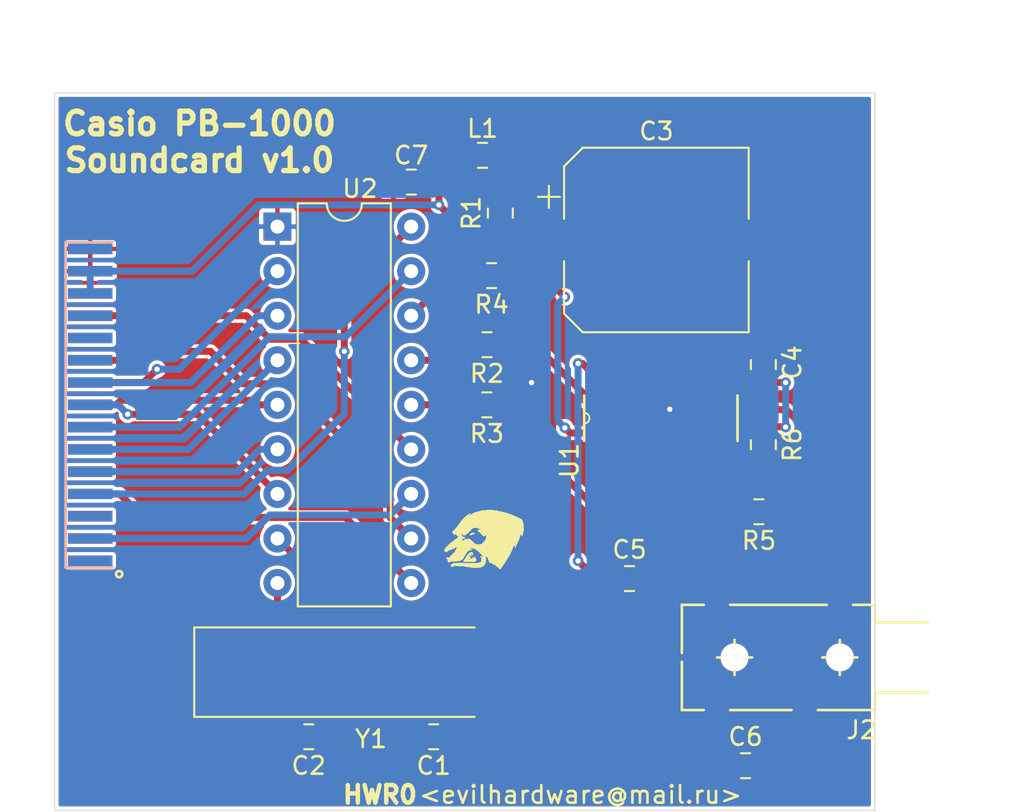
<source format=kicad_pcb>
(kicad_pcb (version 20171130) (host pcbnew "(5.1.5)-3")
  (layers (0 F.Cu signal) (31 B.Cu signal) (34 B.Paste user) (35 F.Paste user) (36 B.SilkS user) (37 F.SilkS user) (38 B.Mask user) (39 F.Mask user) (44 Edge.Cuts user))
  (net 0 "")
  (net 1 GND)
  (net 2 "Net-(C1-Pad1)")
  (net 3 "Net-(C2-Pad1)")
  (net 4 "Net-(C3-Pad1)")
  (net 5 "Net-(C4-Pad1)")
  (net 6 "Net-(C5-Pad2)")
  (net 7 "Net-(C5-Pad1)")
  (net 8 "Net-(C6-Pad2)")
  (net 9 "Net-(C6-Pad1)")
  (net 10 VCC)
  (net 11 /D3)
  (net 12 /D7)
  (net 13 /D0)
  (net 14 /D4)
  (net 15 /D6)
  (net 16 /D1)
  (net 17 CS#)
  (net 18 IC#)
  (net 19 WE#)
  (net 20 /D2)
  (net 21 /D5)
  (net 22 A0)
  (net 23 "Net-(R1-Pad1)")
  (net 24 "Net-(R2-Pad2)")
  (net 25 "Net-(R2-Pad1)")
  (net 26 "Net-(R3-Pad2)")
  (net 27 "Net-(R5-Pad1)")
  (net 28 "Net-(U1-Pad1)")
  (module Alexx:pandalayersilkscreen (layer F.Cu) (at 137.795 114.935)
    (fp_text reference G*** hide)
    (fp_text value LOGO hide)
  )
  (module Alexx:pandalayersoldermask (layer F.Cu) (at 137.795 114.935)
    (fp_text reference G*** hide)
    (fp_text value LOGO hide)
  )
  (module Capacitor_SMD:C_0805_2012Metric_Pad1.15x1.40mm_HandSolder (layer F.Cu) (at 132.597 93.98 180)
    (fp_text reference C7 (at 0.009 1.524) (layer F.SilkS))
    (fp_text value 100nF)
    (pad 2 smd roundrect (at 1.025 0 180) (size 1.15 1.4) (layers F.Cu F.Paste F.Mask) (roundrect_rratio 0.217391) (net 1 GND))
    (pad 1 smd roundrect (at -1.025 0 180) (size 1.15 1.4) (layers F.Cu F.Paste F.Mask) (roundrect_rratio 0.217391) (net 10 VCC))
  )
  (module Crystal:Crystal_SMD_HC49-SD_HandSoldering (layer F.Cu) (at 130.302 121.92)
    (fp_text reference Y1 (at 0 3.81) (layer F.SilkS))
    (fp_text value 3.57MHz)
    (pad 2 smd rect (at 5.9375 0) (size 7.875 2) (layers F.Cu F.Paste F.Mask) (net 2 "Net-(C1-Pad1)"))
    (pad 1 smd rect (at -5.9375 0) (size 7.875 2) (layers F.Cu F.Paste F.Mask) (net 3 "Net-(C2-Pad1)"))
  )
  (module Package_DIP:DIP-18_W7.62mm (layer F.Cu) (at 124.968 96.52)
    (fp_text reference U2 (at 4.699 -2.159) (layer F.SilkS))
    (fp_text value YM2413B)
    (pad 18 thru_hole oval (at 7.62 0) (size 1.6 1.6) (drill 0.8) (layers *.Cu *.Mask) (net 16 /D1))
    (pad 9 thru_hole oval (at 0 20.32) (size 1.6 1.6) (drill 0.8) (layers *.Cu *.Mask) (net 3 "Net-(C2-Pad1)"))
    (pad 17 thru_hole oval (at 7.62 2.54) (size 1.6 1.6) (drill 0.8) (layers *.Cu *.Mask) (net 13 /D0))
    (pad 8 thru_hole oval (at 0 17.78) (size 1.6 1.6) (drill 0.8) (layers *.Cu *.Mask) (net 2 "Net-(C1-Pad1)"))
    (pad 16 thru_hole oval (at 7.62 5.08) (size 1.6 1.6) (drill 0.8) (layers *.Cu *.Mask) (net 10 VCC))
    (pad 7 thru_hole oval (at 0 15.24) (size 1.6 1.6) (drill 0.8) (layers *.Cu *.Mask) (net 12 /D7))
    (pad 15 thru_hole oval (at 7.62 7.62) (size 1.6 1.6) (drill 0.8) (layers *.Cu *.Mask) (net 24 "Net-(R2-Pad2)"))
    (pad 6 thru_hole oval (at 0 12.7) (size 1.6 1.6) (drill 0.8) (layers *.Cu *.Mask) (net 15 /D6))
    (pad 14 thru_hole oval (at 7.62 10.16) (size 1.6 1.6) (drill 0.8) (layers *.Cu *.Mask) (net 26 "Net-(R3-Pad2)"))
    (pad 5 thru_hole oval (at 0 10.16) (size 1.6 1.6) (drill 0.8) (layers *.Cu *.Mask) (net 21 /D5))
    (pad 13 thru_hole oval (at 7.62 12.7) (size 1.6 1.6) (drill 0.8) (layers *.Cu *.Mask) (net 18 IC#))
    (pad 4 thru_hole oval (at 0 7.62) (size 1.6 1.6) (drill 0.8) (layers *.Cu *.Mask) (net 14 /D4))
    (pad 12 thru_hole oval (at 7.62 15.24) (size 1.6 1.6) (drill 0.8) (layers *.Cu *.Mask) (net 17 CS#))
    (pad 3 thru_hole oval (at 0 5.08) (size 1.6 1.6) (drill 0.8) (layers *.Cu *.Mask) (net 11 /D3))
    (pad 11 thru_hole oval (at 7.62 17.78) (size 1.6 1.6) (drill 0.8) (layers *.Cu *.Mask) (net 19 WE#))
    (pad 2 thru_hole oval (at 0 2.54) (size 1.6 1.6) (drill 0.8) (layers *.Cu *.Mask) (net 20 /D2))
    (pad 10 thru_hole oval (at 7.62 20.32) (size 1.6 1.6) (drill 0.8) (layers *.Cu *.Mask) (net 22 A0))
    (pad 1 thru_hole rect (at 0 0) (size 1.6 1.6) (drill 0.8) (layers *.Cu *.Mask) (net 1 GND))
  )
  (module hwreverse:SOIC127P600X175-14N (layer F.Cu) (at 146.812 107.442 90)
    (fp_text reference U1 (at -2.413 -5.207 90) (layer F.SilkS))
    (fp_text value LMC660)
    (pad 14 smd rect (at 2.4638 -3.81 90) (size 1.9812 0.5588) (layers F.Cu F.Paste F.Mask) (net 7 "Net-(C5-Pad1)"))
    (pad 13 smd rect (at 2.4638 -2.54 90) (size 1.9812 0.5588) (layers F.Cu F.Paste F.Mask) (net 7 "Net-(C5-Pad1)"))
    (pad 12 smd rect (at 2.4638 -1.27 90) (size 1.9812 0.5588) (layers F.Cu F.Paste F.Mask) (net 5 "Net-(C4-Pad1)"))
    (pad 11 smd rect (at 2.4638 0 90) (size 1.9812 0.5588) (layers F.Cu F.Paste F.Mask) (net 1 GND))
    (pad 10 smd rect (at 2.4638 1.27 90) (size 1.9812 0.5588) (layers F.Cu F.Paste F.Mask) (net 9 "Net-(C6-Pad1)"))
    (pad 9 smd rect (at 2.4638 2.54 90) (size 1.9812 0.5588) (layers F.Cu F.Paste F.Mask) (net 5 "Net-(C4-Pad1)"))
    (pad 8 smd rect (at 2.4638 3.81 90) (size 1.9812 0.5588) (layers F.Cu F.Paste F.Mask) (net 9 "Net-(C6-Pad1)"))
    (pad 7 smd rect (at -2.4638 3.81 90) (size 1.9812 0.5588) (layers F.Cu F.Paste F.Mask) (net 27 "Net-(R5-Pad1)"))
    (pad 6 smd rect (at -2.4638 2.54 90) (size 1.9812 0.5588) (layers F.Cu F.Paste F.Mask) (net 25 "Net-(R2-Pad1)"))
    (pad 5 smd rect (at -2.4638 1.27 90) (size 1.9812 0.5588) (layers F.Cu F.Paste F.Mask) (net 28 "Net-(U1-Pad1)"))
    (pad 4 smd rect (at -2.4638 0 90) (size 1.9812 0.5588) (layers F.Cu F.Paste F.Mask) (net 10 VCC))
    (pad 3 smd rect (at -2.4638 -1.27 90) (size 1.9812 0.5588) (layers F.Cu F.Paste F.Mask) (net 23 "Net-(R1-Pad1)"))
    (pad 2 smd rect (at -2.4638 -2.54 90) (size 1.9812 0.5588) (layers F.Cu F.Paste F.Mask) (net 28 "Net-(U1-Pad1)"))
    (pad 1 smd rect (at -2.4638 -3.81 90) (size 1.9812 0.5588) (layers F.Cu F.Paste F.Mask) (net 28 "Net-(U1-Pad1)"))
  )
  (module Resistor_SMD:R_0805_2012Metric_Pad1.15x1.40mm_HandSolder (layer F.Cu) (at 152.654 108.957 270)
    (fp_text reference R6 (at 0 -1.65 90) (layer F.SilkS))
    (fp_text value 4.7k)
    (pad 2 smd roundrect (at 1.025 0 270) (size 1.15 1.4) (layers F.Cu F.Paste F.Mask) (roundrect_rratio 0.217391) (net 27 "Net-(R5-Pad1)"))
    (pad 1 smd roundrect (at -1.025 0 270) (size 1.15 1.4) (layers F.Cu F.Paste F.Mask) (roundrect_rratio 0.217391) (net 5 "Net-(C4-Pad1)"))
  )
  (module Resistor_SMD:R_0805_2012Metric_Pad1.15x1.40mm_HandSolder (layer F.Cu) (at 152.4 112.776 180)
    (fp_text reference R5 (at 0 -1.65) (layer F.SilkS))
    (fp_text value 2.2k)
    (pad 2 smd roundrect (at 1.025 0 180) (size 1.15 1.4) (layers F.Cu F.Paste F.Mask) (roundrect_rratio 0.217391) (net 25 "Net-(R2-Pad1)"))
    (pad 1 smd roundrect (at -1.025 0 180) (size 1.15 1.4) (layers F.Cu F.Paste F.Mask) (roundrect_rratio 0.217391) (net 27 "Net-(R5-Pad1)"))
  )
  (module Resistor_SMD:R_0805_2012Metric_Pad1.15x1.40mm_HandSolder (layer F.Cu) (at 137.169 99.314 180)
    (fp_text reference R4 (at 0 -1.65) (layer F.SilkS))
    (fp_text value 4.7k)
    (pad 2 smd roundrect (at 1.025 0 180) (size 1.15 1.4) (layers F.Cu F.Paste F.Mask) (roundrect_rratio 0.217391) (net 1 GND))
    (pad 1 smd roundrect (at -1.025 0 180) (size 1.15 1.4) (layers F.Cu F.Paste F.Mask) (roundrect_rratio 0.217391) (net 23 "Net-(R1-Pad1)"))
  )
  (module Resistor_SMD:R_0805_2012Metric_Pad1.15x1.40mm_HandSolder (layer F.Cu) (at 136.897 106.68 180)
    (fp_text reference R3 (at 0 -1.65) (layer F.SilkS))
    (fp_text value 2.2k)
    (pad 2 smd roundrect (at 1.025 0 180) (size 1.15 1.4) (layers F.Cu F.Paste F.Mask) (roundrect_rratio 0.217391) (net 26 "Net-(R3-Pad2)"))
    (pad 1 smd roundrect (at -1.025 0 180) (size 1.15 1.4) (layers F.Cu F.Paste F.Mask) (roundrect_rratio 0.217391) (net 25 "Net-(R2-Pad1)"))
  )
  (module Resistor_SMD:R_0805_2012Metric_Pad1.15x1.40mm_HandSolder (layer F.Cu) (at 136.906 103.251 180)
    (fp_text reference R2 (at 0 -1.65) (layer F.SilkS))
    (fp_text value 2.2k)
    (pad 2 smd roundrect (at 1.025 0 180) (size 1.15 1.4) (layers F.Cu F.Paste F.Mask) (roundrect_rratio 0.217391) (net 24 "Net-(R2-Pad2)"))
    (pad 1 smd roundrect (at -1.025 0 180) (size 1.15 1.4) (layers F.Cu F.Paste F.Mask) (roundrect_rratio 0.217391) (net 25 "Net-(R2-Pad1)"))
  )
  (module Resistor_SMD:R_0805_2012Metric_Pad1.15x1.40mm_HandSolder (layer F.Cu) (at 137.668 95.749 90)
    (fp_text reference R1 (at 0 -1.65 90) (layer F.SilkS))
    (fp_text value 10k)
    (pad 2 smd roundrect (at 1.025 0 90) (size 1.15 1.4) (layers F.Cu F.Paste F.Mask) (roundrect_rratio 0.217391) (net 4 "Net-(C3-Pad1)"))
    (pad 1 smd roundrect (at -1.025 0 90) (size 1.15 1.4) (layers F.Cu F.Paste F.Mask) (roundrect_rratio 0.217391) (net 23 "Net-(R1-Pad1)"))
  )
  (module Inductor_SMD:L_0805_2012Metric_Pad1.15x1.40mm_HandSolder (layer F.Cu) (at 136.652 92.456)
    (fp_text reference L1 (at 0 -1.524) (layer F.SilkS))
    (fp_text value "1mH (10R)")
    (pad 2 smd roundrect (at 1.025 0) (size 1.15 1.4) (layers F.Cu F.Paste F.Mask) (roundrect_rratio 0.217391) (net 4 "Net-(C3-Pad1)"))
    (pad 1 smd roundrect (at -1.025 0) (size 1.15 1.4) (layers F.Cu F.Paste F.Mask) (roundrect_rratio 0.217391) (net 10 VCC))
  )
  (module hwreverse:BOOMELE_PJ-320B (layer F.Cu) (at 154.011 121.081 180)
    (fp_text reference J2 (at -4.231 -4.141) (layer F.SilkS))
    (fp_text value AudioJack3)
    (pad T smd rect (at 4 3 180) (size 1.5 4) (layers F.Cu F.Paste F.Mask) (net 6 "Net-(C5-Pad2)"))
    (pad R smd rect (at -1 -3 180) (size 1.5 4) (layers F.Cu F.Paste F.Mask) (net 8 "Net-(C6-Pad2)"))
    (pad S smd rect (at -3 3.25 180) (size 1.5 4) (layers F.Cu F.Paste F.Mask) (net 1 GND))
    (pad "" np_thru_hole circle (at 3 0 180) (size 1.2 1.2) (drill 1.2) (layers *.Cu *.Mask))
    (pad "" np_thru_hole circle (at -3 0 180) (size 1.2 1.2) (drill 1.2) (layers *.Cu *.Mask))
  )
  (module hwreverse:Connector_Casio_2x15_1.27_SYSBUS (layer F.Cu) (at 114.3 115.57 180)
    (fp_text reference J1 hide)
    (fp_text value CASIO_PB1000_2x15_1.27_Interface)
    (pad 30 smd rect (at 0 17.78 180) (size 2.54 0.6) (layers B.Cu B.Paste B.Mask))
    (pad 28 smd rect (at 0 16.51 180) (size 2.54 0.6) (layers B.Cu B.Paste B.Mask) (net 10 VCC))
    (pad 26 smd rect (at 0 15.24 180) (size 2.54 0.6) (layers B.Cu B.Paste B.Mask) (net 10 VCC))
    (pad 24 smd rect (at 0 13.97 180) (size 2.54 0.6) (layers B.Cu B.Paste B.Mask))
    (pad 22 smd rect (at 0 12.7 180) (size 2.54 0.6) (layers B.Cu B.Paste B.Mask))
    (pad 20 smd rect (at 0 11.43 180) (size 2.54 0.6) (layers B.Cu B.Paste B.Mask))
    (pad 18 smd rect (at 0 10.16 180) (size 2.54 0.6) (layers B.Cu B.Paste B.Mask) (net 11 /D3))
    (pad 16 smd rect (at 0 8.89 180) (size 2.54 0.6) (layers B.Cu B.Paste B.Mask) (net 12 /D7))
    (pad 14 smd rect (at 0 7.62 180) (size 2.54 0.6) (layers B.Cu B.Paste B.Mask) (net 13 /D0))
    (pad 12 smd rect (at 0 6.35 180) (size 2.54 0.6) (layers B.Cu B.Paste B.Mask) (net 14 /D4))
    (pad 10 smd rect (at 0 5.08 180) (size 2.54 0.6) (layers B.Cu B.Paste B.Mask) (net 15 /D6))
    (pad 8 smd rect (at 0 3.81 180) (size 2.54 0.6) (layers B.Cu B.Paste B.Mask) (net 16 /D1))
    (pad 6 smd rect (at 0 2.54 180) (size 2.54 0.6) (layers B.Cu B.Paste B.Mask))
    (pad 4 smd rect (at 0 1.27 180) (size 2.54 0.6) (layers B.Cu B.Paste B.Mask) (net 17 CS#))
    (pad 2 smd rect (at 0 0 180) (size 2.54 0.6) (layers B.Cu B.Paste B.Mask))
    (pad 29 smd rect (at 0 17.78 180) (size 2.54 0.6) (layers F.Cu F.Paste F.Mask) (net 1 GND))
    (pad 27 smd rect (at 0 16.51 180) (size 2.54 0.6) (layers F.Cu F.Paste F.Mask) (net 1 GND))
    (pad 25 smd rect (at 0 15.24 180) (size 2.54 0.6) (layers F.Cu F.Paste F.Mask))
    (pad 23 smd rect (at 0 13.97 180) (size 2.54 0.6) (layers F.Cu F.Paste F.Mask) (net 18 IC#))
    (pad 21 smd rect (at 0 12.7 180) (size 2.54 0.6) (layers F.Cu F.Paste F.Mask))
    (pad 19 smd rect (at 0 11.43 180) (size 2.54 0.6) (layers F.Cu F.Paste F.Mask) (net 19 WE#))
    (pad 17 smd rect (at 0 10.16 180) (size 2.54 0.6) (layers F.Cu F.Paste F.Mask) (net 20 /D2))
    (pad 15 smd rect (at 0 8.89 180) (size 2.54 0.6) (layers F.Cu F.Paste F.Mask) (net 21 /D5))
    (pad 13 smd rect (at 0 7.62 180) (size 2.54 0.6) (layers F.Cu F.Paste F.Mask))
    (pad 11 smd rect (at 0 6.35 180) (size 2.54 0.6) (layers F.Cu F.Paste F.Mask))
    (pad 9 smd rect (at 0 5.08 180) (size 2.54 0.6) (layers F.Cu F.Paste F.Mask))
    (pad 7 smd rect (at 0 3.81 180) (size 2.54 0.6) (layers F.Cu F.Paste F.Mask) (net 22 A0))
    (pad 5 smd rect (at 0 2.54 180) (size 2.54 0.6) (layers F.Cu F.Paste F.Mask))
    (pad 3 smd rect (at 0 1.27 180) (size 2.54 0.6) (layers F.Cu F.Paste F.Mask))
    (pad 1 smd rect (at 0 0 180) (size 2.54 0.6) (layers F.Cu F.Paste F.Mask))
  )
  (module Capacitor_SMD:C_0805_2012Metric_Pad1.15x1.40mm_HandSolder (layer F.Cu) (at 151.638 127.254)
    (fp_text reference C6 (at 0 -1.65) (layer F.SilkS))
    (fp_text value 10uF)
    (pad 2 smd roundrect (at 1.025 0) (size 1.15 1.4) (layers F.Cu F.Paste F.Mask) (roundrect_rratio 0.217391) (net 8 "Net-(C6-Pad2)"))
    (pad 1 smd roundrect (at -1.025 0) (size 1.15 1.4) (layers F.Cu F.Paste F.Mask) (roundrect_rratio 0.217391) (net 9 "Net-(C6-Pad1)"))
  )
  (module Capacitor_SMD:C_0805_2012Metric_Pad1.15x1.40mm_HandSolder (layer F.Cu) (at 145.025 116.586)
    (fp_text reference C5 (at 0 -1.65) (layer F.SilkS))
    (fp_text value 10uF)
    (pad 2 smd roundrect (at 1.025 0) (size 1.15 1.4) (layers F.Cu F.Paste F.Mask) (roundrect_rratio 0.217391) (net 6 "Net-(C5-Pad2)"))
    (pad 1 smd roundrect (at -1.025 0) (size 1.15 1.4) (layers F.Cu F.Paste F.Mask) (roundrect_rratio 0.217391) (net 7 "Net-(C5-Pad1)"))
  )
  (module Capacitor_SMD:C_0805_2012Metric_Pad1.15x1.40mm_HandSolder (layer F.Cu) (at 152.654 104.385 90)
    (fp_text reference C4 (at 0.118 1.651 90) (layer F.SilkS))
    (fp_text value 15nF)
    (pad 2 smd roundrect (at 1.025 0 90) (size 1.15 1.4) (layers F.Cu F.Paste F.Mask) (roundrect_rratio 0.217391) (net 1 GND))
    (pad 1 smd roundrect (at -1.025 0 90) (size 1.15 1.4) (layers F.Cu F.Paste F.Mask) (roundrect_rratio 0.217391) (net 5 "Net-(C4-Pad1)"))
  )
  (module Capacitor_SMD:CP_Elec_10x12.6 (layer F.Cu) (at 146.558 97.282)
    (fp_text reference C3 (at 0 -6.2) (layer F.SilkS))
    (fp_text value 1000uF)
    (pad 2 smd roundrect (at 4.35 0) (size 4.4 1.9) (layers F.Cu F.Paste F.Mask) (roundrect_rratio 0.131579) (net 1 GND))
    (pad 1 smd roundrect (at -4.35 0) (size 4.4 1.9) (layers F.Cu F.Paste F.Mask) (roundrect_rratio 0.131579) (net 4 "Net-(C3-Pad1)"))
  )
  (module Capacitor_SMD:C_0805_2012Metric_Pad1.15x1.40mm_HandSolder (layer F.Cu) (at 126.755 125.603)
    (fp_text reference C2 (at -0.009 1.651) (layer F.SilkS))
    (fp_text value 15pF)
    (pad 2 smd roundrect (at 1.025 0) (size 1.15 1.4) (layers F.Cu F.Paste F.Mask) (roundrect_rratio 0.217391) (net 1 GND))
    (pad 1 smd roundrect (at -1.025 0) (size 1.15 1.4) (layers F.Cu F.Paste F.Mask) (roundrect_rratio 0.217391) (net 3 "Net-(C2-Pad1)"))
  )
  (module Capacitor_SMD:C_0805_2012Metric_Pad1.15x1.40mm_HandSolder (layer F.Cu) (at 133.867 125.603 180)
    (fp_text reference C1 (at 0 -1.65) (layer F.SilkS))
    (fp_text value 15pF)
    (pad 2 smd roundrect (at 1.025 0 180) (size 1.15 1.4) (layers F.Cu F.Paste F.Mask) (roundrect_rratio 0.217391) (net 1 GND))
    (pad 1 smd roundrect (at -1.025 0 180) (size 1.15 1.4) (layers F.Cu F.Paste F.Mask) (roundrect_rratio 0.217391) (net 2 "Net-(C1-Pad1)"))
  )
  (gr_text HWR0 (at 130.81 128.905) (layer F.SilkS) (effects (font (size 1 1) (thickness 0.25))))
  (gr_text <evilhardware@mail.ru> (at 142.24 128.905) (layer F.SilkS) (effects (font (size 1 1))))
  (gr_text "Casio PB-1000\nSoundcard v1.0" (at 120.523 91.694) (layer F.SilkS) (effects (font (size 1.3 1.3) (thickness 0.3))))
  (gr_line (start 112.268 129.794) (end 112.268 88.9) (layer Edge.Cuts) (width 0.05))
  (gr_line (start 159.004 129.794) (end 112.268 129.794) (layer Edge.Cuts) (width 0.05))
  (gr_line (start 159.004 88.9) (end 159.004 129.794) (layer Edge.Cuts) (width 0.05))
  (gr_line (start 112.268 88.9) (end 159.004 88.9) (layer Edge.Cuts) (width 0.05))
  (segment (start 157.011 117.831) (end 157.011 118.3961) (width 0.25) (layer F.Cu) (net 1))
  (segment (start 131.6773 93.9801) (end 131.6247 93.9801) (width 0.25) (layer F.Cu) (net 1))
  (segment (start 114.3 99.06) (end 114.3 97.79) (width 0.25) (layer F.Cu) (net 1))
  (segment (start 131.6247 93.9801) (end 131.572 93.9801) (width 0.25) (layer F.Cu) (net 1))
  (segment (start 131.572 93.9801) (end 131.572 93.98) (width 0.25) (layer F.Cu) (net 1))
  (segment (start 127.78 125.603) (end 132.842 125.603) (width 0.4) (layer F.Cu) (net 1))
  (via (at 147.32 106.934) (size 0.6) (drill 0.3) (layers F.Cu B.Cu) (net 1))
  (segment (start 146.812 104.9782) (end 146.812 106.426) (width 0.4) (layer F.Cu) (net 1))
  (segment (start 146.812 106.426) (end 147.32 106.934) (width 0.4) (layer F.Cu) (net 1))
  (via (at 139.446 105.41) (size 0.6) (drill 0.3) (layers F.Cu B.Cu) (net 1))
  (segment (start 134.8788 121.92) (end 134.892 121.9332) (width 0.25) (layer F.Cu) (net 2))
  (segment (start 136.2395 121.92) (end 134.8788 121.92) (width 0.25) (layer F.Cu) (net 2))
  (segment (start 131.902 121.92) (end 136.2395 121.92) (width 0.4) (layer F.Cu) (net 2))
  (segment (start 125.767999 115.785999) (end 131.902 121.92) (width 0.4) (layer F.Cu) (net 2))
  (segment (start 125.767999 115.099999) (end 125.767999 115.785999) (width 0.4) (layer F.Cu) (net 2))
  (segment (start 124.968 114.3) (end 125.767999 115.099999) (width 0.4) (layer F.Cu) (net 2))
  (segment (start 134.892 123.2675) (end 136.2395 121.92) (width 0.4) (layer F.Cu) (net 2))
  (segment (start 134.892 125.603) (end 134.892 123.2675) (width 0.4) (layer F.Cu) (net 2))
  (segment (start 124.968 121.92) (end 125.7342 121.92) (width 0.25) (layer F.Cu) (net 3))
  (segment (start 124.3645 121.92) (end 124.968 121.92) (width 0.25) (layer F.Cu) (net 3))
  (segment (start 125.7342 121.92) (end 125.73 121.9242) (width 0.25) (layer F.Cu) (net 3))
  (segment (start 124.968 121.3165) (end 124.3645 121.92) (width 0.4) (layer F.Cu) (net 3))
  (segment (start 124.968 116.84) (end 124.968 121.3165) (width 0.4) (layer F.Cu) (net 3))
  (segment (start 125.73 123.2855) (end 124.3645 121.92) (width 0.4) (layer F.Cu) (net 3))
  (segment (start 125.73 125.603) (end 125.73 123.2855) (width 0.4) (layer F.Cu) (net 3))
  (segment (start 142.208 97.282) (end 140.226 97.282) (width 0.25) (layer F.Cu) (net 4))
  (segment (start 137.677 92.456) (end 137.668 92.465) (width 0.25) (layer F.Cu) (net 4))
  (segment (start 137.677 94.715) (end 137.668 94.724) (width 0.4) (layer F.Cu) (net 4))
  (segment (start 137.677 92.456) (end 137.677 94.715) (width 0.4) (layer F.Cu) (net 4))
  (segment (start 139.65 94.724) (end 142.208 97.282) (width 0.4) (layer F.Cu) (net 4))
  (segment (start 137.668 94.724) (end 139.65 94.724) (width 0.4) (layer F.Cu) (net 4))
  (segment (start 152.654 105.2763) (end 152.654 105.41) (width 0.25) (layer F.Cu) (net 5))
  (segment (start 149.352 104.267) (end 149.352 104.9782) (width 0.4) (layer F.Cu) (net 5))
  (segment (start 148.6726 103.5876) (end 149.352 104.267) (width 0.4) (layer F.Cu) (net 5))
  (segment (start 146.221401 103.587599) (end 148.6726 103.5876) (width 0.4) (layer F.Cu) (net 5))
  (segment (start 145.542 104.267) (end 146.221401 103.587599) (width 0.4) (layer F.Cu) (net 5))
  (segment (start 145.542 104.9782) (end 145.542 104.267) (width 0.4) (layer F.Cu) (net 5))
  (segment (start 151.954 105.41) (end 152.654 105.41) (width 0.4) (layer F.Cu) (net 5))
  (segment (start 151.301401 103.667599) (end 151.301401 104.757401) (width 0.4) (layer F.Cu) (net 5))
  (segment (start 151.221401 103.587599) (end 151.301401 103.667599) (width 0.4) (layer F.Cu) (net 5))
  (segment (start 151.301401 104.757401) (end 151.954 105.41) (width 0.4) (layer F.Cu) (net 5))
  (segment (start 150.022599 103.587599) (end 151.221401 103.587599) (width 0.4) (layer F.Cu) (net 5))
  (segment (start 149.352 104.258198) (end 150.022599 103.587599) (width 0.4) (layer F.Cu) (net 5))
  (segment (start 149.352 104.9782) (end 149.352 104.258198) (width 0.4) (layer F.Cu) (net 5))
  (via (at 153.924 107.95) (size 0.6) (drill 0.3) (layers F.Cu B.Cu) (net 5))
  (via (at 153.924 105.41) (size 0.6) (drill 0.3) (layers F.Cu B.Cu) (net 5))
  (segment (start 153.924 105.41) (end 153.924 107.95) (width 0.4) (layer B.Cu) (net 5))
  (segment (start 152.654 105.41) (end 153.924 105.41) (width 0.4) (layer F.Cu) (net 5))
  (segment (start 153.906 107.932) (end 153.924 107.95) (width 0.4) (layer F.Cu) (net 5))
  (segment (start 152.654 107.932) (end 153.906 107.932) (width 0.4) (layer F.Cu) (net 5))
  (segment (start 148.516 116.586) (end 150.011 118.081) (width 0.4) (layer F.Cu) (net 6))
  (segment (start 146.05 116.586) (end 148.516 116.586) (width 0.4) (layer F.Cu) (net 6))
  (segment (start 143.002 104.9782) (end 143.002 104.3202) (width 0.25) (layer F.Cu) (net 7))
  (via (at 142.0961 104.3202) (size 0.6) (drill 0.3) (layers F.Cu B.Cu) (net 7))
  (via (at 142.0961 115.5747) (size 0.6) (drill 0.3) (layers F.Cu B.Cu) (net 7))
  (segment (start 143.002 104.9782) (end 144.272 104.9782) (width 0.4) (layer F.Cu) (net 7))
  (segment (start 142.344 104.3202) (end 143.002 104.9782) (width 0.4) (layer F.Cu) (net 7))
  (segment (start 142.0961 104.3202) (end 142.344 104.3202) (width 0.4) (layer F.Cu) (net 7))
  (segment (start 142.0961 104.3202) (end 142.0961 115.5747) (width 0.4) (layer B.Cu) (net 7))
  (segment (start 143.1074 116.586) (end 142.0961 115.5747) (width 0.4) (layer F.Cu) (net 7))
  (segment (start 144 116.586) (end 143.1074 116.586) (width 0.4) (layer F.Cu) (net 7))
  (segment (start 153.861 124.081) (end 155.011 124.081) (width 0.4) (layer F.Cu) (net 8))
  (segment (start 152.663 125.279) (end 153.861 124.081) (width 0.4) (layer F.Cu) (net 8))
  (segment (start 152.663 127.254) (end 152.663 125.279) (width 0.4) (layer F.Cu) (net 8))
  (segment (start 148.082 105.6894) (end 148.082 104.9782) (width 0.4) (layer F.Cu) (net 9))
  (segment (start 148.7614 106.3688) (end 148.082 105.6894) (width 0.4) (layer F.Cu) (net 9))
  (segment (start 149.942599 106.368801) (end 148.7614 106.3688) (width 0.4) (layer F.Cu) (net 9))
  (segment (start 150.622 105.6894) (end 149.942599 106.368801) (width 0.4) (layer F.Cu) (net 9))
  (segment (start 150.622 104.9782) (end 150.622 105.6894) (width 0.4) (layer F.Cu) (net 9))
  (segment (start 150.613 126.554) (end 150.613 127.254) (width 0.4) (layer F.Cu) (net 9))
  (segment (start 154.624001 120.997997) (end 150.613 125.008998) (width 0.4) (layer F.Cu) (net 9))
  (segment (start 150.613 125.008998) (end 150.613 126.554) (width 0.4) (layer F.Cu) (net 9))
  (segment (start 149.942599 106.368801) (end 151.580801 106.368801) (width 0.4) (layer F.Cu) (net 9))
  (segment (start 152.16899 106.95699) (end 153.966992 106.95699) (width 0.4) (layer F.Cu) (net 9))
  (segment (start 151.580801 106.368801) (end 152.16899 106.95699) (width 0.4) (layer F.Cu) (net 9))
  (segment (start 153.966992 106.95699) (end 154.624001 107.613999) (width 0.4) (layer F.Cu) (net 9))
  (segment (start 154.624001 107.613999) (end 154.624001 120.997997) (width 0.4) (layer F.Cu) (net 9))
  (via (at 134.1666 95.2821) (size 0.6) (drill 0.3) (layers F.Cu B.Cu) (net 10))
  (segment (start 123.885898 95.2821) (end 133.600915 95.2821) (width 0.4) (layer B.Cu) (net 10))
  (segment (start 133.600915 95.2821) (end 134.1666 95.2821) (width 0.4) (layer B.Cu) (net 10))
  (segment (start 120.107998 99.06) (end 123.885898 95.2821) (width 0.4) (layer B.Cu) (net 10))
  (segment (start 114.3 99.06) (end 120.107998 99.06) (width 0.4) (layer B.Cu) (net 10))
  (segment (start 114.3 100.33) (end 114.3 99.06) (width 0.4) (layer B.Cu) (net 10))
  (segment (start 134.1666 94.5246) (end 133.622 93.98) (width 0.4) (layer F.Cu) (net 10))
  (segment (start 134.1666 95.2821) (end 134.1666 94.5246) (width 0.4) (layer F.Cu) (net 10))
  (segment (start 134.103 93.98) (end 135.627 92.456) (width 0.4) (layer F.Cu) (net 10))
  (segment (start 133.622 93.98) (end 134.103 93.98) (width 0.4) (layer F.Cu) (net 10))
  (segment (start 134.566599 99.621401) (end 133.387999 100.800001) (width 0.4) (layer F.Cu) (net 10))
  (segment (start 133.387999 100.800001) (end 132.588 101.6) (width 0.4) (layer F.Cu) (net 10))
  (segment (start 134.566599 95.682099) (end 134.566599 99.621401) (width 0.4) (layer F.Cu) (net 10))
  (segment (start 134.1666 95.2821) (end 134.566599 95.682099) (width 0.4) (layer F.Cu) (net 10))
  (segment (start 134.566599 99.621401) (end 137.096188 102.15099) (width 0.4) (layer F.Cu) (net 10))
  (segment (start 146.812 108.5152) (end 146.812 109.9058) (width 0.4) (layer F.Cu) (net 10))
  (segment (start 145.98509 107.68829) (end 146.812 108.5152) (width 0.4) (layer F.Cu) (net 10))
  (segment (start 143.722088 107.68829) (end 145.98509 107.68829) (width 0.4) (layer F.Cu) (net 10))
  (segment (start 142.322599 106.288801) (end 143.722088 107.68829) (width 0.4) (layer F.Cu) (net 10))
  (segment (start 142.322599 105.948343) (end 142.322599 106.288801) (width 0.4) (layer F.Cu) (net 10))
  (segment (start 138.525246 102.15099) (end 142.322599 105.948343) (width 0.4) (layer F.Cu) (net 10))
  (segment (start 137.096188 102.15099) (end 138.525246 102.15099) (width 0.4) (layer F.Cu) (net 10))
  (segment (start 123.83663 101.6) (end 124.968 101.6) (width 0.4) (layer B.Cu) (net 11))
  (segment (start 120.02663 105.41) (end 123.83663 101.6) (width 0.4) (layer B.Cu) (net 11))
  (segment (start 114.3 105.41) (end 120.02663 105.41) (width 0.4) (layer B.Cu) (net 11))
  (via (at 116.4326 107.2173) (size 0.6) (drill 0.3) (layers F.Cu B.Cu) (net 12))
  (segment (start 115.8953 106.68) (end 116.4326 107.2173) (width 0.4) (layer B.Cu) (net 12))
  (segment (start 114.3 106.68) (end 115.8953 106.68) (width 0.4) (layer B.Cu) (net 12))
  (segment (start 120.4253 107.2173) (end 124.968 111.76) (width 0.4) (layer F.Cu) (net 12))
  (segment (start 116.4326 107.2173) (end 120.4253 107.2173) (width 0.4) (layer F.Cu) (net 12))
  (segment (start 124.531997 102.800001) (end 119.381998 107.95) (width 0.4) (layer B.Cu) (net 13))
  (segment (start 132.588 99.06) (end 128.847999 102.800001) (width 0.4) (layer B.Cu) (net 13))
  (segment (start 119.381998 107.95) (end 114.3 107.95) (width 0.4) (layer B.Cu) (net 13))
  (segment (start 128.847999 102.800001) (end 124.531997 102.800001) (width 0.4) (layer B.Cu) (net 13))
  (segment (start 119.888 109.22) (end 124.968 104.14) (width 0.4) (layer B.Cu) (net 14))
  (segment (start 114.3 109.22) (end 119.888 109.22) (width 0.4) (layer B.Cu) (net 14))
  (segment (start 114.3 110.49) (end 122.682 110.49) (width 0.4) (layer B.Cu) (net 15))
  (segment (start 122.682 110.49) (end 123.952 109.22) (width 0.4) (layer B.Cu) (net 15))
  (segment (start 123.952 109.22) (end 124.968 109.22) (width 0.4) (layer B.Cu) (net 15))
  (segment (start 114.3 111.76) (end 123.052 111.76) (width 0.4) (layer B.Cu) (net 16))
  (segment (start 125.544001 110.420001) (end 128.778 107.186002) (width 0.4) (layer B.Cu) (net 16))
  (via (at 128.778 103.632) (size 0.6) (drill 0.3) (layers F.Cu B.Cu) (net 16))
  (segment (start 124.391999 110.420001) (end 125.544001 110.420001) (width 0.4) (layer B.Cu) (net 16))
  (segment (start 123.052 111.76) (end 124.391999 110.420001) (width 0.4) (layer B.Cu) (net 16))
  (segment (start 128.778 107.186002) (end 128.778 103.632) (width 0.4) (layer B.Cu) (net 16))
  (segment (start 128.778 100.33) (end 132.588 96.52) (width 0.4) (layer F.Cu) (net 16))
  (segment (start 128.778 103.632) (end 128.778 100.33) (width 0.4) (layer F.Cu) (net 16))
  (segment (start 131.788001 112.559999) (end 132.588 111.76) (width 0.4) (layer B.Cu) (net 17))
  (segment (start 131.387999 112.960001) (end 131.788001 112.559999) (width 0.4) (layer B.Cu) (net 17))
  (segment (start 124.531997 112.960001) (end 131.387999 112.960001) (width 0.4) (layer B.Cu) (net 17))
  (segment (start 123.191998 114.3) (end 124.531997 112.960001) (width 0.4) (layer B.Cu) (net 17))
  (segment (start 114.3 114.3) (end 123.191998 114.3) (width 0.4) (layer B.Cu) (net 17))
  (segment (start 131.788001 108.420001) (end 132.588 109.22) (width 0.4) (layer F.Cu) (net 18))
  (segment (start 126.307999 102.939999) (end 131.788001 108.420001) (width 0.4) (layer F.Cu) (net 18))
  (segment (start 123.191998 101.6) (end 124.531997 102.939999) (width 0.4) (layer F.Cu) (net 18))
  (segment (start 114.3 101.6) (end 123.191998 101.6) (width 0.4) (layer F.Cu) (net 18))
  (segment (start 124.531997 102.939999) (end 126.307999 102.939999) (width 0.4) (layer F.Cu) (net 18))
  (segment (start 115.97 104.14) (end 116.478 103.632) (width 0.4) (layer F.Cu) (net 19))
  (segment (start 114.3 104.14) (end 115.97 104.14) (width 0.4) (layer F.Cu) (net 19))
  (segment (start 131.788001 113.500001) (end 132.588 114.3) (width 0.4) (layer F.Cu) (net 19))
  (segment (start 131.387999 113.099999) (end 131.788001 113.500001) (width 0.4) (layer F.Cu) (net 19))
  (segment (start 131.387999 111.323997) (end 131.387999 113.099999) (width 0.4) (layer F.Cu) (net 19))
  (segment (start 125.544001 105.479999) (end 131.387999 111.323997) (width 0.4) (layer F.Cu) (net 19))
  (segment (start 123.005999 105.479999) (end 125.544001 105.479999) (width 0.4) (layer F.Cu) (net 19))
  (segment (start 121.158 103.632) (end 123.005999 105.479999) (width 0.4) (layer F.Cu) (net 19))
  (segment (start 116.478 103.632) (end 121.158 103.632) (width 0.4) (layer F.Cu) (net 19))
  (segment (start 114.3 105.41) (end 117.348 105.41) (width 0.4) (layer F.Cu) (net 20))
  (via (at 118.11 104.648) (size 0.6) (drill 0.3) (layers F.Cu B.Cu) (net 20))
  (segment (start 117.348 105.41) (end 118.11 104.648) (width 0.4) (layer F.Cu) (net 20))
  (segment (start 119.38 104.648) (end 124.968 99.06) (width 0.4) (layer B.Cu) (net 20))
  (segment (start 118.11 104.648) (end 119.38 104.648) (width 0.4) (layer B.Cu) (net 20))
  (segment (start 123.83663 106.68) (end 124.968 106.68) (width 0.4) (layer F.Cu) (net 21))
  (segment (start 123.573929 106.417299) (end 123.83663 106.68) (width 0.4) (layer F.Cu) (net 21))
  (segment (start 115.785898 106.68) (end 116.048599 106.417299) (width 0.4) (layer F.Cu) (net 21))
  (segment (start 116.048599 106.417299) (end 123.573929 106.417299) (width 0.4) (layer F.Cu) (net 21))
  (segment (start 114.3 106.68) (end 115.785898 106.68) (width 0.4) (layer F.Cu) (net 21))
  (segment (start 131.788001 116.040001) (end 132.588 116.84) (width 0.4) (layer F.Cu) (net 22))
  (segment (start 117.309999 113.099999) (end 128.847999 113.099999) (width 0.4) (layer F.Cu) (net 22))
  (segment (start 128.847999 113.099999) (end 131.788001 116.040001) (width 0.4) (layer F.Cu) (net 22))
  (segment (start 115.97 111.76) (end 117.309999 113.099999) (width 0.4) (layer F.Cu) (net 22))
  (segment (start 114.3 111.76) (end 115.97 111.76) (width 0.4) (layer F.Cu) (net 22))
  (via (at 141.3429 100.5304) (size 0.6) (drill 0.3) (layers F.Cu B.Cu) (net 23))
  (via (at 141.3429 107.9883) (size 0.6) (drill 0.3) (layers F.Cu B.Cu) (net 23))
  (segment (start 137.668 98.788) (end 138.194 99.314) (width 0.4) (layer F.Cu) (net 23))
  (segment (start 137.668 96.774) (end 137.668 98.788) (width 0.4) (layer F.Cu) (net 23))
  (segment (start 140.1265 99.314) (end 141.3429 100.5304) (width 0.4) (layer F.Cu) (net 23))
  (segment (start 138.194 99.314) (end 140.1265 99.314) (width 0.4) (layer F.Cu) (net 23))
  (segment (start 140.942901 107.588301) (end 141.3429 107.9883) (width 0.4) (layer B.Cu) (net 23))
  (segment (start 140.942901 100.930399) (end 140.942901 107.588301) (width 0.4) (layer B.Cu) (net 23))
  (segment (start 141.3429 100.5304) (end 140.942901 100.930399) (width 0.4) (layer B.Cu) (net 23))
  (segment (start 145.542 108.5152) (end 145.542 109.9058) (width 0.4) (layer F.Cu) (net 23))
  (segment (start 145.315099 108.288299) (end 145.542 108.5152) (width 0.4) (layer F.Cu) (net 23))
  (segment (start 141.642899 108.288299) (end 145.315099 108.288299) (width 0.4) (layer F.Cu) (net 23))
  (segment (start 141.3429 107.9883) (end 141.642899 108.288299) (width 0.4) (layer F.Cu) (net 23))
  (segment (start 134.60837 103.251) (end 135.881 103.251) (width 0.4) (layer F.Cu) (net 24))
  (segment (start 132.588 104.14) (end 133.71937 104.14) (width 0.4) (layer F.Cu) (net 24))
  (segment (start 133.71937 104.14) (end 134.60837 103.251) (width 0.4) (layer F.Cu) (net 24))
  (segment (start 137.931 106.671) (end 137.922 106.68) (width 0.4) (layer F.Cu) (net 25))
  (segment (start 137.931 103.251) (end 137.931 106.671) (width 0.4) (layer F.Cu) (net 25))
  (segment (start 149.352 111.2964) (end 149.352 109.9058) (width 0.4) (layer F.Cu) (net 25))
  (segment (start 149.352 111.328) (end 149.352 111.2964) (width 0.4) (layer F.Cu) (net 25))
  (segment (start 151.375 112.776) (end 150.8 112.776) (width 0.4) (layer F.Cu) (net 25))
  (segment (start 137.922 106.68) (end 137.922 107.38) (width 0.4) (layer F.Cu) (net 25))
  (segment (start 137.922 107.38) (end 142.81 112.268) (width 0.4) (layer F.Cu) (net 25))
  (segment (start 150.8 112.776) (end 150.114 112.268) (width 0.4) (layer F.Cu) (net 25))
  (segment (start 142.81 112.268) (end 150.114 112.268) (width 0.4) (layer F.Cu) (net 25))
  (segment (start 150.114 112.268) (end 149.352 111.328) (width 0.4) (layer F.Cu) (net 25))
  (segment (start 132.588 106.68) (end 135.872 106.68) (width 0.4) (layer F.Cu) (net 26))
  (segment (start 152.5778 109.9058) (end 152.654 109.982) (width 0.4) (layer F.Cu) (net 27))
  (segment (start 150.622 109.9058) (end 152.5778 109.9058) (width 0.4) (layer F.Cu) (net 27))
  (segment (start 153.425 110.753) (end 153.425 112.776) (width 0.4) (layer F.Cu) (net 27))
  (segment (start 152.654 109.982) (end 153.425 110.753) (width 0.4) (layer F.Cu) (net 27))
  (segment (start 144.272 110.617) (end 144.272 109.9058) (width 0.4) (layer F.Cu) (net 28))
  (segment (start 144.9514 111.2964) (end 144.272 110.617) (width 0.4) (layer F.Cu) (net 28))
  (segment (start 147.402599 111.296401) (end 144.9514 111.2964) (width 0.4) (layer F.Cu) (net 28))
  (segment (start 148.082 110.617) (end 147.402599 111.296401) (width 0.4) (layer F.Cu) (net 28))
  (segment (start 148.082 109.9058) (end 148.082 110.617) (width 0.4) (layer F.Cu) (net 28))
  (segment (start 143.002 109.9058) (end 144.272 109.9058) (width 0.4) (layer F.Cu) (net 28))
  (zone (net 1) (net_name GND) (layer B.Cu) (connect_pads (clearance 0.2)) (min_thickness 0.2) (fill yes (arc_segments 32) (thermal_gap 0.25) (thermal_bridge_width 0.25))
    (polygon (pts (xy 159.004 129.794) (xy 112.268 129.794) (xy 112.268 88.9) (xy 159.004 88.9)))
  )
  (zone (net 1) (net_name GND) (layer F.Cu) (connect_pads (clearance 0.2)) (min_thickness 0.2) (fill yes (arc_segments 32) (thermal_gap 0.25) (thermal_bridge_width 0.25))
    (polygon (pts (xy 159.004 129.794) (xy 112.268 129.794) (xy 112.268 88.9) (xy 159.004 88.9)))
  )
)
</source>
